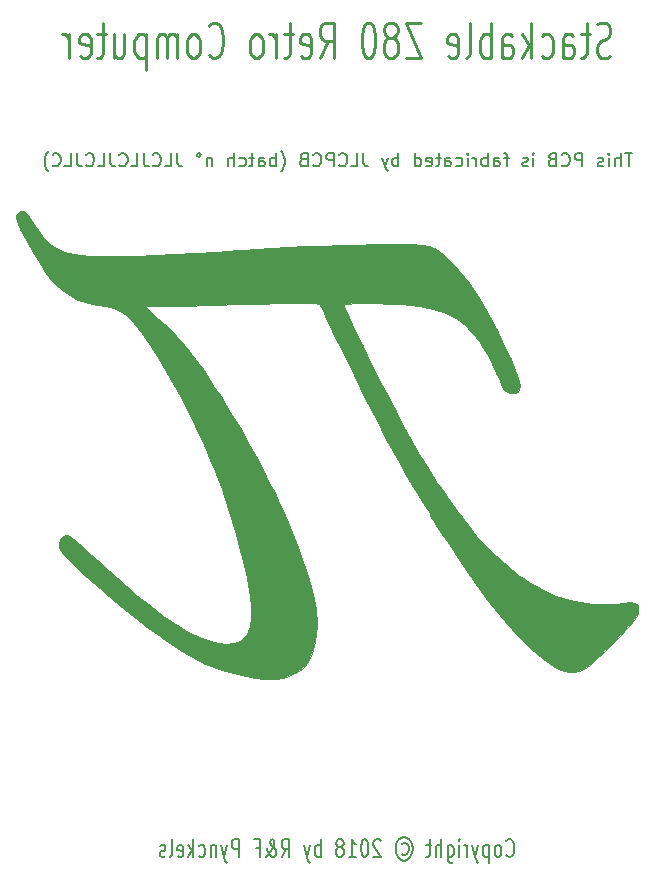
<source format=gbo>
%TF.GenerationSoftware,KiCad,Pcbnew,(5.0.0)*%
%TF.CreationDate,2018-10-23T17:22:46+02:00*%
%TF.ProjectId,S80 Clock Power Reset,53383020436C6F636B20506F77657220,1.0*%
%TF.SameCoordinates,Original*%
%TF.FileFunction,Legend,Bot*%
%TF.FilePolarity,Positive*%
%FSLAX46Y46*%
G04 Gerber Fmt 4.6, Leading zero omitted, Abs format (unit mm)*
G04 Created by KiCad (PCBNEW (5.0.0)) date 10/23/18 17:22:46*
%MOMM*%
%LPD*%
G01*
G04 APERTURE LIST*
%ADD10C,0.150000*%
%ADD11C,0.250000*%
%ADD12C,0.010000*%
G04 APERTURE END LIST*
D10*
X164155710Y-138782834D02*
X164208091Y-138854262D01*
X164365234Y-138925691D01*
X164469996Y-138925691D01*
X164627139Y-138854262D01*
X164731900Y-138711405D01*
X164784281Y-138568548D01*
X164836662Y-138282834D01*
X164836662Y-138068548D01*
X164784281Y-137782834D01*
X164731900Y-137639977D01*
X164627139Y-137497120D01*
X164469996Y-137425691D01*
X164365234Y-137425691D01*
X164208091Y-137497120D01*
X164155710Y-137568548D01*
X163527139Y-138925691D02*
X163631900Y-138854262D01*
X163684281Y-138782834D01*
X163736662Y-138639977D01*
X163736662Y-138211405D01*
X163684281Y-138068548D01*
X163631900Y-137997120D01*
X163527139Y-137925691D01*
X163369996Y-137925691D01*
X163265234Y-137997120D01*
X163212853Y-138068548D01*
X163160472Y-138211405D01*
X163160472Y-138639977D01*
X163212853Y-138782834D01*
X163265234Y-138854262D01*
X163369996Y-138925691D01*
X163527139Y-138925691D01*
X162689043Y-137925691D02*
X162689043Y-139425691D01*
X162689043Y-137997120D02*
X162584281Y-137925691D01*
X162374758Y-137925691D01*
X162269996Y-137997120D01*
X162217615Y-138068548D01*
X162165234Y-138211405D01*
X162165234Y-138639977D01*
X162217615Y-138782834D01*
X162269996Y-138854262D01*
X162374758Y-138925691D01*
X162584281Y-138925691D01*
X162689043Y-138854262D01*
X161798567Y-137925691D02*
X161536662Y-138925691D01*
X161274758Y-137925691D02*
X161536662Y-138925691D01*
X161641424Y-139282834D01*
X161693805Y-139354262D01*
X161798567Y-139425691D01*
X160855710Y-138925691D02*
X160855710Y-137925691D01*
X160855710Y-138211405D02*
X160803329Y-138068548D01*
X160750948Y-137997120D01*
X160646186Y-137925691D01*
X160541424Y-137925691D01*
X160174758Y-138925691D02*
X160174758Y-137925691D01*
X160174758Y-137425691D02*
X160227139Y-137497120D01*
X160174758Y-137568548D01*
X160122377Y-137497120D01*
X160174758Y-137425691D01*
X160174758Y-137568548D01*
X159179520Y-137925691D02*
X159179520Y-139139977D01*
X159231900Y-139282834D01*
X159284281Y-139354262D01*
X159389043Y-139425691D01*
X159546186Y-139425691D01*
X159650948Y-139354262D01*
X159179520Y-138854262D02*
X159284281Y-138925691D01*
X159493805Y-138925691D01*
X159598567Y-138854262D01*
X159650948Y-138782834D01*
X159703329Y-138639977D01*
X159703329Y-138211405D01*
X159650948Y-138068548D01*
X159598567Y-137997120D01*
X159493805Y-137925691D01*
X159284281Y-137925691D01*
X159179520Y-137997120D01*
X158655710Y-138925691D02*
X158655710Y-137425691D01*
X158184281Y-138925691D02*
X158184281Y-138139977D01*
X158236662Y-137997120D01*
X158341424Y-137925691D01*
X158498567Y-137925691D01*
X158603329Y-137997120D01*
X158655710Y-138068548D01*
X157817615Y-137925691D02*
X157398567Y-137925691D01*
X157660472Y-137425691D02*
X157660472Y-138711405D01*
X157608091Y-138854262D01*
X157503329Y-138925691D01*
X157398567Y-138925691D01*
X155303329Y-137782834D02*
X155408091Y-137711405D01*
X155617615Y-137711405D01*
X155722377Y-137782834D01*
X155827139Y-137925691D01*
X155879520Y-138068548D01*
X155879520Y-138354262D01*
X155827139Y-138497120D01*
X155722377Y-138639977D01*
X155617615Y-138711405D01*
X155408091Y-138711405D01*
X155303329Y-138639977D01*
X155512853Y-137211405D02*
X155774758Y-137282834D01*
X156036662Y-137497120D01*
X156193805Y-137854262D01*
X156246186Y-138211405D01*
X156193805Y-138568548D01*
X156036662Y-138925691D01*
X155774758Y-139139977D01*
X155512853Y-139211405D01*
X155250948Y-139139977D01*
X154989043Y-138925691D01*
X154831900Y-138568548D01*
X154779520Y-138211405D01*
X154831900Y-137854262D01*
X154989043Y-137497120D01*
X155250948Y-137282834D01*
X155512853Y-137211405D01*
X153522377Y-137568548D02*
X153469996Y-137497120D01*
X153365234Y-137425691D01*
X153103329Y-137425691D01*
X152998567Y-137497120D01*
X152946186Y-137568548D01*
X152893805Y-137711405D01*
X152893805Y-137854262D01*
X152946186Y-138068548D01*
X153574758Y-138925691D01*
X152893805Y-138925691D01*
X152212853Y-137425691D02*
X152108091Y-137425691D01*
X152003329Y-137497120D01*
X151950948Y-137568548D01*
X151898567Y-137711405D01*
X151846186Y-137997120D01*
X151846186Y-138354262D01*
X151898567Y-138639977D01*
X151950948Y-138782834D01*
X152003329Y-138854262D01*
X152108091Y-138925691D01*
X152212853Y-138925691D01*
X152317615Y-138854262D01*
X152369996Y-138782834D01*
X152422377Y-138639977D01*
X152474758Y-138354262D01*
X152474758Y-137997120D01*
X152422377Y-137711405D01*
X152369996Y-137568548D01*
X152317615Y-137497120D01*
X152212853Y-137425691D01*
X150798567Y-138925691D02*
X151427139Y-138925691D01*
X151112853Y-138925691D02*
X151112853Y-137425691D01*
X151217615Y-137639977D01*
X151322377Y-137782834D01*
X151427139Y-137854262D01*
X150169996Y-138068548D02*
X150274758Y-137997120D01*
X150327139Y-137925691D01*
X150379520Y-137782834D01*
X150379520Y-137711405D01*
X150327139Y-137568548D01*
X150274758Y-137497120D01*
X150169996Y-137425691D01*
X149960472Y-137425691D01*
X149855710Y-137497120D01*
X149803329Y-137568548D01*
X149750948Y-137711405D01*
X149750948Y-137782834D01*
X149803329Y-137925691D01*
X149855710Y-137997120D01*
X149960472Y-138068548D01*
X150169996Y-138068548D01*
X150274758Y-138139977D01*
X150327139Y-138211405D01*
X150379520Y-138354262D01*
X150379520Y-138639977D01*
X150327139Y-138782834D01*
X150274758Y-138854262D01*
X150169996Y-138925691D01*
X149960472Y-138925691D01*
X149855710Y-138854262D01*
X149803329Y-138782834D01*
X149750948Y-138639977D01*
X149750948Y-138354262D01*
X149803329Y-138211405D01*
X149855710Y-138139977D01*
X149960472Y-138068548D01*
X148441424Y-138925691D02*
X148441424Y-137425691D01*
X148441424Y-137997120D02*
X148336662Y-137925691D01*
X148127139Y-137925691D01*
X148022377Y-137997120D01*
X147969996Y-138068548D01*
X147917615Y-138211405D01*
X147917615Y-138639977D01*
X147969996Y-138782834D01*
X148022377Y-138854262D01*
X148127139Y-138925691D01*
X148336662Y-138925691D01*
X148441424Y-138854262D01*
X147550948Y-137925691D02*
X147289043Y-138925691D01*
X147027139Y-137925691D02*
X147289043Y-138925691D01*
X147393805Y-139282834D01*
X147446186Y-139354262D01*
X147550948Y-139425691D01*
X145141424Y-138925691D02*
X145508091Y-138211405D01*
X145769996Y-138925691D02*
X145769996Y-137425691D01*
X145350948Y-137425691D01*
X145246186Y-137497120D01*
X145193805Y-137568548D01*
X145141424Y-137711405D01*
X145141424Y-137925691D01*
X145193805Y-138068548D01*
X145246186Y-138139977D01*
X145350948Y-138211405D01*
X145769996Y-138211405D01*
X143779520Y-138925691D02*
X143831900Y-138925691D01*
X143936662Y-138854262D01*
X144093805Y-138639977D01*
X144355710Y-138211405D01*
X144460472Y-137997120D01*
X144512853Y-137782834D01*
X144512853Y-137639977D01*
X144460472Y-137497120D01*
X144355710Y-137425691D01*
X144303329Y-137425691D01*
X144198567Y-137497120D01*
X144146186Y-137639977D01*
X144146186Y-137711405D01*
X144198567Y-137854262D01*
X144250948Y-137925691D01*
X144565234Y-138211405D01*
X144617615Y-138282834D01*
X144669996Y-138425691D01*
X144669996Y-138639977D01*
X144617615Y-138782834D01*
X144565234Y-138854262D01*
X144460472Y-138925691D01*
X144303329Y-138925691D01*
X144198567Y-138854262D01*
X144146186Y-138782834D01*
X143989043Y-138497120D01*
X143936662Y-138282834D01*
X143936662Y-138139977D01*
X142941424Y-138139977D02*
X143308091Y-138139977D01*
X143308091Y-138925691D02*
X143308091Y-137425691D01*
X142784281Y-137425691D01*
X141527139Y-138925691D02*
X141527139Y-137425691D01*
X141108091Y-137425691D01*
X141003329Y-137497120D01*
X140950948Y-137568548D01*
X140898567Y-137711405D01*
X140898567Y-137925691D01*
X140950948Y-138068548D01*
X141003329Y-138139977D01*
X141108091Y-138211405D01*
X141527139Y-138211405D01*
X140531900Y-137925691D02*
X140269996Y-138925691D01*
X140008091Y-137925691D02*
X140269996Y-138925691D01*
X140374758Y-139282834D01*
X140427139Y-139354262D01*
X140531900Y-139425691D01*
X139589043Y-137925691D02*
X139589043Y-138925691D01*
X139589043Y-138068548D02*
X139536662Y-137997120D01*
X139431900Y-137925691D01*
X139274758Y-137925691D01*
X139169996Y-137997120D01*
X139117615Y-138139977D01*
X139117615Y-138925691D01*
X138122377Y-138854262D02*
X138227139Y-138925691D01*
X138436662Y-138925691D01*
X138541424Y-138854262D01*
X138593805Y-138782834D01*
X138646186Y-138639977D01*
X138646186Y-138211405D01*
X138593805Y-138068548D01*
X138541424Y-137997120D01*
X138436662Y-137925691D01*
X138227139Y-137925691D01*
X138122377Y-137997120D01*
X137650948Y-138925691D02*
X137650948Y-137425691D01*
X137546186Y-138354262D02*
X137231900Y-138925691D01*
X137231900Y-137925691D02*
X137650948Y-138497120D01*
X136341424Y-138854262D02*
X136446186Y-138925691D01*
X136655710Y-138925691D01*
X136760472Y-138854262D01*
X136812853Y-138711405D01*
X136812853Y-138139977D01*
X136760472Y-137997120D01*
X136655710Y-137925691D01*
X136446186Y-137925691D01*
X136341424Y-137997120D01*
X136289043Y-138139977D01*
X136289043Y-138282834D01*
X136812853Y-138425691D01*
X135660472Y-138925691D02*
X135765234Y-138854262D01*
X135817615Y-138711405D01*
X135817615Y-137425691D01*
X135293805Y-138854262D02*
X135189043Y-138925691D01*
X134979520Y-138925691D01*
X134874758Y-138854262D01*
X134822377Y-138711405D01*
X134822377Y-138639977D01*
X134874758Y-138497120D01*
X134979520Y-138425691D01*
X135136662Y-138425691D01*
X135241424Y-138354262D01*
X135293805Y-138211405D01*
X135293805Y-138139977D01*
X135241424Y-137997120D01*
X135136662Y-137925691D01*
X134979520Y-137925691D01*
X134874758Y-137997120D01*
D11*
X172955238Y-71124485D02*
X172669523Y-71267342D01*
X172193333Y-71267342D01*
X172002857Y-71124485D01*
X171907619Y-70981628D01*
X171812380Y-70695914D01*
X171812380Y-70410200D01*
X171907619Y-70124485D01*
X172002857Y-69981628D01*
X172193333Y-69838771D01*
X172574285Y-69695914D01*
X172764761Y-69553057D01*
X172860000Y-69410200D01*
X172955238Y-69124485D01*
X172955238Y-68838771D01*
X172860000Y-68553057D01*
X172764761Y-68410200D01*
X172574285Y-68267342D01*
X172098095Y-68267342D01*
X171812380Y-68410200D01*
X171240952Y-69267342D02*
X170479047Y-69267342D01*
X170955238Y-68267342D02*
X170955238Y-70838771D01*
X170860000Y-71124485D01*
X170669523Y-71267342D01*
X170479047Y-71267342D01*
X168955238Y-71267342D02*
X168955238Y-69695914D01*
X169050476Y-69410200D01*
X169240952Y-69267342D01*
X169621904Y-69267342D01*
X169812380Y-69410200D01*
X168955238Y-71124485D02*
X169145714Y-71267342D01*
X169621904Y-71267342D01*
X169812380Y-71124485D01*
X169907619Y-70838771D01*
X169907619Y-70553057D01*
X169812380Y-70267342D01*
X169621904Y-70124485D01*
X169145714Y-70124485D01*
X168955238Y-69981628D01*
X167145714Y-71124485D02*
X167336190Y-71267342D01*
X167717142Y-71267342D01*
X167907619Y-71124485D01*
X168002857Y-70981628D01*
X168098095Y-70695914D01*
X168098095Y-69838771D01*
X168002857Y-69553057D01*
X167907619Y-69410200D01*
X167717142Y-69267342D01*
X167336190Y-69267342D01*
X167145714Y-69410200D01*
X166288571Y-71267342D02*
X166288571Y-68267342D01*
X166098095Y-70124485D02*
X165526666Y-71267342D01*
X165526666Y-69267342D02*
X166288571Y-70410200D01*
X163812380Y-71267342D02*
X163812380Y-69695914D01*
X163907619Y-69410200D01*
X164098095Y-69267342D01*
X164479047Y-69267342D01*
X164669523Y-69410200D01*
X163812380Y-71124485D02*
X164002857Y-71267342D01*
X164479047Y-71267342D01*
X164669523Y-71124485D01*
X164764761Y-70838771D01*
X164764761Y-70553057D01*
X164669523Y-70267342D01*
X164479047Y-70124485D01*
X164002857Y-70124485D01*
X163812380Y-69981628D01*
X162860000Y-71267342D02*
X162860000Y-68267342D01*
X162860000Y-69410200D02*
X162669523Y-69267342D01*
X162288571Y-69267342D01*
X162098095Y-69410200D01*
X162002857Y-69553057D01*
X161907619Y-69838771D01*
X161907619Y-70695914D01*
X162002857Y-70981628D01*
X162098095Y-71124485D01*
X162288571Y-71267342D01*
X162669523Y-71267342D01*
X162860000Y-71124485D01*
X160764761Y-71267342D02*
X160955238Y-71124485D01*
X161050476Y-70838771D01*
X161050476Y-68267342D01*
X159240952Y-71124485D02*
X159431428Y-71267342D01*
X159812380Y-71267342D01*
X160002857Y-71124485D01*
X160098095Y-70838771D01*
X160098095Y-69695914D01*
X160002857Y-69410200D01*
X159812380Y-69267342D01*
X159431428Y-69267342D01*
X159240952Y-69410200D01*
X159145714Y-69695914D01*
X159145714Y-69981628D01*
X160098095Y-70267342D01*
X156955238Y-68267342D02*
X155621904Y-68267342D01*
X156955238Y-71267342D01*
X155621904Y-71267342D01*
X154574285Y-69553057D02*
X154764761Y-69410200D01*
X154860000Y-69267342D01*
X154955238Y-68981628D01*
X154955238Y-68838771D01*
X154860000Y-68553057D01*
X154764761Y-68410200D01*
X154574285Y-68267342D01*
X154193333Y-68267342D01*
X154002857Y-68410200D01*
X153907619Y-68553057D01*
X153812380Y-68838771D01*
X153812380Y-68981628D01*
X153907619Y-69267342D01*
X154002857Y-69410200D01*
X154193333Y-69553057D01*
X154574285Y-69553057D01*
X154764761Y-69695914D01*
X154860000Y-69838771D01*
X154955238Y-70124485D01*
X154955238Y-70695914D01*
X154860000Y-70981628D01*
X154764761Y-71124485D01*
X154574285Y-71267342D01*
X154193333Y-71267342D01*
X154002857Y-71124485D01*
X153907619Y-70981628D01*
X153812380Y-70695914D01*
X153812380Y-70124485D01*
X153907619Y-69838771D01*
X154002857Y-69695914D01*
X154193333Y-69553057D01*
X152574285Y-68267342D02*
X152383809Y-68267342D01*
X152193333Y-68410200D01*
X152098095Y-68553057D01*
X152002857Y-68838771D01*
X151907619Y-69410200D01*
X151907619Y-70124485D01*
X152002857Y-70695914D01*
X152098095Y-70981628D01*
X152193333Y-71124485D01*
X152383809Y-71267342D01*
X152574285Y-71267342D01*
X152764761Y-71124485D01*
X152860000Y-70981628D01*
X152955238Y-70695914D01*
X153050476Y-70124485D01*
X153050476Y-69410200D01*
X152955238Y-68838771D01*
X152860000Y-68553057D01*
X152764761Y-68410200D01*
X152574285Y-68267342D01*
X148383809Y-71267342D02*
X149050476Y-69838771D01*
X149526666Y-71267342D02*
X149526666Y-68267342D01*
X148764761Y-68267342D01*
X148574285Y-68410200D01*
X148479047Y-68553057D01*
X148383809Y-68838771D01*
X148383809Y-69267342D01*
X148479047Y-69553057D01*
X148574285Y-69695914D01*
X148764761Y-69838771D01*
X149526666Y-69838771D01*
X146764761Y-71124485D02*
X146955238Y-71267342D01*
X147336190Y-71267342D01*
X147526666Y-71124485D01*
X147621904Y-70838771D01*
X147621904Y-69695914D01*
X147526666Y-69410200D01*
X147336190Y-69267342D01*
X146955238Y-69267342D01*
X146764761Y-69410200D01*
X146669523Y-69695914D01*
X146669523Y-69981628D01*
X147621904Y-70267342D01*
X146098095Y-69267342D02*
X145336190Y-69267342D01*
X145812380Y-68267342D02*
X145812380Y-70838771D01*
X145717142Y-71124485D01*
X145526666Y-71267342D01*
X145336190Y-71267342D01*
X144669523Y-71267342D02*
X144669523Y-69267342D01*
X144669523Y-69838771D02*
X144574285Y-69553057D01*
X144479047Y-69410200D01*
X144288571Y-69267342D01*
X144098095Y-69267342D01*
X143145714Y-71267342D02*
X143336190Y-71124485D01*
X143431428Y-70981628D01*
X143526666Y-70695914D01*
X143526666Y-69838771D01*
X143431428Y-69553057D01*
X143336190Y-69410200D01*
X143145714Y-69267342D01*
X142860000Y-69267342D01*
X142669523Y-69410200D01*
X142574285Y-69553057D01*
X142479047Y-69838771D01*
X142479047Y-70695914D01*
X142574285Y-70981628D01*
X142669523Y-71124485D01*
X142860000Y-71267342D01*
X143145714Y-71267342D01*
X138955238Y-70981628D02*
X139050476Y-71124485D01*
X139336190Y-71267342D01*
X139526666Y-71267342D01*
X139812380Y-71124485D01*
X140002857Y-70838771D01*
X140098095Y-70553057D01*
X140193333Y-69981628D01*
X140193333Y-69553057D01*
X140098095Y-68981628D01*
X140002857Y-68695914D01*
X139812380Y-68410200D01*
X139526666Y-68267342D01*
X139336190Y-68267342D01*
X139050476Y-68410200D01*
X138955238Y-68553057D01*
X137812380Y-71267342D02*
X138002857Y-71124485D01*
X138098095Y-70981628D01*
X138193333Y-70695914D01*
X138193333Y-69838771D01*
X138098095Y-69553057D01*
X138002857Y-69410200D01*
X137812380Y-69267342D01*
X137526666Y-69267342D01*
X137336190Y-69410200D01*
X137240952Y-69553057D01*
X137145714Y-69838771D01*
X137145714Y-70695914D01*
X137240952Y-70981628D01*
X137336190Y-71124485D01*
X137526666Y-71267342D01*
X137812380Y-71267342D01*
X136288571Y-71267342D02*
X136288571Y-69267342D01*
X136288571Y-69553057D02*
X136193333Y-69410200D01*
X136002857Y-69267342D01*
X135717142Y-69267342D01*
X135526666Y-69410200D01*
X135431428Y-69695914D01*
X135431428Y-71267342D01*
X135431428Y-69695914D02*
X135336190Y-69410200D01*
X135145714Y-69267342D01*
X134860000Y-69267342D01*
X134669523Y-69410200D01*
X134574285Y-69695914D01*
X134574285Y-71267342D01*
X133621904Y-69267342D02*
X133621904Y-72267342D01*
X133621904Y-69410200D02*
X133431428Y-69267342D01*
X133050476Y-69267342D01*
X132860000Y-69410200D01*
X132764761Y-69553057D01*
X132669523Y-69838771D01*
X132669523Y-70695914D01*
X132764761Y-70981628D01*
X132860000Y-71124485D01*
X133050476Y-71267342D01*
X133431428Y-71267342D01*
X133621904Y-71124485D01*
X130955238Y-69267342D02*
X130955238Y-71267342D01*
X131812380Y-69267342D02*
X131812380Y-70838771D01*
X131717142Y-71124485D01*
X131526666Y-71267342D01*
X131240952Y-71267342D01*
X131050476Y-71124485D01*
X130955238Y-70981628D01*
X130288571Y-69267342D02*
X129526666Y-69267342D01*
X130002857Y-68267342D02*
X130002857Y-70838771D01*
X129907619Y-71124485D01*
X129717142Y-71267342D01*
X129526666Y-71267342D01*
X128098095Y-71124485D02*
X128288571Y-71267342D01*
X128669523Y-71267342D01*
X128860000Y-71124485D01*
X128955238Y-70838771D01*
X128955238Y-69695914D01*
X128860000Y-69410200D01*
X128669523Y-69267342D01*
X128288571Y-69267342D01*
X128098095Y-69410200D01*
X128002857Y-69695914D01*
X128002857Y-69981628D01*
X128955238Y-70267342D01*
X127145714Y-71267342D02*
X127145714Y-69267342D01*
X127145714Y-69838771D02*
X127050476Y-69553057D01*
X126955238Y-69410200D01*
X126764761Y-69267342D01*
X126574285Y-69267342D01*
D10*
X174827523Y-79334619D02*
X174198952Y-79334619D01*
X174513238Y-80434619D02*
X174513238Y-79334619D01*
X173832285Y-80434619D02*
X173832285Y-79334619D01*
X173360857Y-80434619D02*
X173360857Y-79858428D01*
X173413238Y-79753666D01*
X173518000Y-79701285D01*
X173675142Y-79701285D01*
X173779904Y-79753666D01*
X173832285Y-79806047D01*
X172837047Y-80434619D02*
X172837047Y-79701285D01*
X172837047Y-79334619D02*
X172889428Y-79387000D01*
X172837047Y-79439380D01*
X172784666Y-79387000D01*
X172837047Y-79334619D01*
X172837047Y-79439380D01*
X172365619Y-80382238D02*
X172260857Y-80434619D01*
X172051333Y-80434619D01*
X171946571Y-80382238D01*
X171894190Y-80277476D01*
X171894190Y-80225095D01*
X171946571Y-80120333D01*
X172051333Y-80067952D01*
X172208476Y-80067952D01*
X172313238Y-80015571D01*
X172365619Y-79910809D01*
X172365619Y-79858428D01*
X172313238Y-79753666D01*
X172208476Y-79701285D01*
X172051333Y-79701285D01*
X171946571Y-79753666D01*
X170584666Y-80434619D02*
X170584666Y-79334619D01*
X170165619Y-79334619D01*
X170060857Y-79387000D01*
X170008476Y-79439380D01*
X169956095Y-79544142D01*
X169956095Y-79701285D01*
X170008476Y-79806047D01*
X170060857Y-79858428D01*
X170165619Y-79910809D01*
X170584666Y-79910809D01*
X168856095Y-80329857D02*
X168908476Y-80382238D01*
X169065619Y-80434619D01*
X169170380Y-80434619D01*
X169327523Y-80382238D01*
X169432285Y-80277476D01*
X169484666Y-80172714D01*
X169537047Y-79963190D01*
X169537047Y-79806047D01*
X169484666Y-79596523D01*
X169432285Y-79491761D01*
X169327523Y-79387000D01*
X169170380Y-79334619D01*
X169065619Y-79334619D01*
X168908476Y-79387000D01*
X168856095Y-79439380D01*
X168018000Y-79858428D02*
X167860857Y-79910809D01*
X167808476Y-79963190D01*
X167756095Y-80067952D01*
X167756095Y-80225095D01*
X167808476Y-80329857D01*
X167860857Y-80382238D01*
X167965619Y-80434619D01*
X168384666Y-80434619D01*
X168384666Y-79334619D01*
X168018000Y-79334619D01*
X167913238Y-79387000D01*
X167860857Y-79439380D01*
X167808476Y-79544142D01*
X167808476Y-79648904D01*
X167860857Y-79753666D01*
X167913238Y-79806047D01*
X168018000Y-79858428D01*
X168384666Y-79858428D01*
X166446571Y-80434619D02*
X166446571Y-79701285D01*
X166446571Y-79334619D02*
X166498952Y-79387000D01*
X166446571Y-79439380D01*
X166394190Y-79387000D01*
X166446571Y-79334619D01*
X166446571Y-79439380D01*
X165975142Y-80382238D02*
X165870380Y-80434619D01*
X165660857Y-80434619D01*
X165556095Y-80382238D01*
X165503714Y-80277476D01*
X165503714Y-80225095D01*
X165556095Y-80120333D01*
X165660857Y-80067952D01*
X165818000Y-80067952D01*
X165922761Y-80015571D01*
X165975142Y-79910809D01*
X165975142Y-79858428D01*
X165922761Y-79753666D01*
X165818000Y-79701285D01*
X165660857Y-79701285D01*
X165556095Y-79753666D01*
X164351333Y-79701285D02*
X163932285Y-79701285D01*
X164194190Y-80434619D02*
X164194190Y-79491761D01*
X164141809Y-79387000D01*
X164037047Y-79334619D01*
X163932285Y-79334619D01*
X163094190Y-80434619D02*
X163094190Y-79858428D01*
X163146571Y-79753666D01*
X163251333Y-79701285D01*
X163460857Y-79701285D01*
X163565619Y-79753666D01*
X163094190Y-80382238D02*
X163198952Y-80434619D01*
X163460857Y-80434619D01*
X163565619Y-80382238D01*
X163618000Y-80277476D01*
X163618000Y-80172714D01*
X163565619Y-80067952D01*
X163460857Y-80015571D01*
X163198952Y-80015571D01*
X163094190Y-79963190D01*
X162570380Y-80434619D02*
X162570380Y-79334619D01*
X162570380Y-79753666D02*
X162465619Y-79701285D01*
X162256095Y-79701285D01*
X162151333Y-79753666D01*
X162098952Y-79806047D01*
X162046571Y-79910809D01*
X162046571Y-80225095D01*
X162098952Y-80329857D01*
X162151333Y-80382238D01*
X162256095Y-80434619D01*
X162465619Y-80434619D01*
X162570380Y-80382238D01*
X161575142Y-80434619D02*
X161575142Y-79701285D01*
X161575142Y-79910809D02*
X161522761Y-79806047D01*
X161470380Y-79753666D01*
X161365619Y-79701285D01*
X161260857Y-79701285D01*
X160894190Y-80434619D02*
X160894190Y-79701285D01*
X160894190Y-79334619D02*
X160946571Y-79387000D01*
X160894190Y-79439380D01*
X160841809Y-79387000D01*
X160894190Y-79334619D01*
X160894190Y-79439380D01*
X159898952Y-80382238D02*
X160003714Y-80434619D01*
X160213238Y-80434619D01*
X160318000Y-80382238D01*
X160370380Y-80329857D01*
X160422761Y-80225095D01*
X160422761Y-79910809D01*
X160370380Y-79806047D01*
X160318000Y-79753666D01*
X160213238Y-79701285D01*
X160003714Y-79701285D01*
X159898952Y-79753666D01*
X158956095Y-80434619D02*
X158956095Y-79858428D01*
X159008476Y-79753666D01*
X159113238Y-79701285D01*
X159322761Y-79701285D01*
X159427523Y-79753666D01*
X158956095Y-80382238D02*
X159060857Y-80434619D01*
X159322761Y-80434619D01*
X159427523Y-80382238D01*
X159479904Y-80277476D01*
X159479904Y-80172714D01*
X159427523Y-80067952D01*
X159322761Y-80015571D01*
X159060857Y-80015571D01*
X158956095Y-79963190D01*
X158589428Y-79701285D02*
X158170380Y-79701285D01*
X158432285Y-79334619D02*
X158432285Y-80277476D01*
X158379904Y-80382238D01*
X158275142Y-80434619D01*
X158170380Y-80434619D01*
X157384666Y-80382238D02*
X157489428Y-80434619D01*
X157698952Y-80434619D01*
X157803714Y-80382238D01*
X157856095Y-80277476D01*
X157856095Y-79858428D01*
X157803714Y-79753666D01*
X157698952Y-79701285D01*
X157489428Y-79701285D01*
X157384666Y-79753666D01*
X157332285Y-79858428D01*
X157332285Y-79963190D01*
X157856095Y-80067952D01*
X156389428Y-80434619D02*
X156389428Y-79334619D01*
X156389428Y-80382238D02*
X156494190Y-80434619D01*
X156703714Y-80434619D01*
X156808476Y-80382238D01*
X156860857Y-80329857D01*
X156913238Y-80225095D01*
X156913238Y-79910809D01*
X156860857Y-79806047D01*
X156808476Y-79753666D01*
X156703714Y-79701285D01*
X156494190Y-79701285D01*
X156389428Y-79753666D01*
X155027523Y-80434619D02*
X155027523Y-79334619D01*
X155027523Y-79753666D02*
X154922761Y-79701285D01*
X154713238Y-79701285D01*
X154608476Y-79753666D01*
X154556095Y-79806047D01*
X154503714Y-79910809D01*
X154503714Y-80225095D01*
X154556095Y-80329857D01*
X154608476Y-80382238D01*
X154713238Y-80434619D01*
X154922761Y-80434619D01*
X155027523Y-80382238D01*
X154137047Y-79701285D02*
X153875142Y-80434619D01*
X153613238Y-79701285D02*
X153875142Y-80434619D01*
X153979904Y-80696523D01*
X154032285Y-80748904D01*
X154137047Y-80801285D01*
X152041809Y-79334619D02*
X152041809Y-80120333D01*
X152094190Y-80277476D01*
X152198952Y-80382238D01*
X152356095Y-80434619D01*
X152460857Y-80434619D01*
X150994190Y-80434619D02*
X151518000Y-80434619D01*
X151518000Y-79334619D01*
X149998952Y-80329857D02*
X150051333Y-80382238D01*
X150208476Y-80434619D01*
X150313238Y-80434619D01*
X150470380Y-80382238D01*
X150575142Y-80277476D01*
X150627523Y-80172714D01*
X150679904Y-79963190D01*
X150679904Y-79806047D01*
X150627523Y-79596523D01*
X150575142Y-79491761D01*
X150470380Y-79387000D01*
X150313238Y-79334619D01*
X150208476Y-79334619D01*
X150051333Y-79387000D01*
X149998952Y-79439380D01*
X149527523Y-80434619D02*
X149527523Y-79334619D01*
X149108476Y-79334619D01*
X149003714Y-79387000D01*
X148951333Y-79439380D01*
X148898952Y-79544142D01*
X148898952Y-79701285D01*
X148951333Y-79806047D01*
X149003714Y-79858428D01*
X149108476Y-79910809D01*
X149527523Y-79910809D01*
X147798952Y-80329857D02*
X147851333Y-80382238D01*
X148008476Y-80434619D01*
X148113238Y-80434619D01*
X148270380Y-80382238D01*
X148375142Y-80277476D01*
X148427523Y-80172714D01*
X148479904Y-79963190D01*
X148479904Y-79806047D01*
X148427523Y-79596523D01*
X148375142Y-79491761D01*
X148270380Y-79387000D01*
X148113238Y-79334619D01*
X148008476Y-79334619D01*
X147851333Y-79387000D01*
X147798952Y-79439380D01*
X146960857Y-79858428D02*
X146803714Y-79910809D01*
X146751333Y-79963190D01*
X146698952Y-80067952D01*
X146698952Y-80225095D01*
X146751333Y-80329857D01*
X146803714Y-80382238D01*
X146908476Y-80434619D01*
X147327523Y-80434619D01*
X147327523Y-79334619D01*
X146960857Y-79334619D01*
X146856095Y-79387000D01*
X146803714Y-79439380D01*
X146751333Y-79544142D01*
X146751333Y-79648904D01*
X146803714Y-79753666D01*
X146856095Y-79806047D01*
X146960857Y-79858428D01*
X147327523Y-79858428D01*
X145075142Y-80853666D02*
X145127523Y-80801285D01*
X145232285Y-80644142D01*
X145284666Y-80539380D01*
X145337047Y-80382238D01*
X145389428Y-80120333D01*
X145389428Y-79910809D01*
X145337047Y-79648904D01*
X145284666Y-79491761D01*
X145232285Y-79387000D01*
X145127523Y-79229857D01*
X145075142Y-79177476D01*
X144656095Y-80434619D02*
X144656095Y-79334619D01*
X144656095Y-79753666D02*
X144551333Y-79701285D01*
X144341809Y-79701285D01*
X144237047Y-79753666D01*
X144184666Y-79806047D01*
X144132285Y-79910809D01*
X144132285Y-80225095D01*
X144184666Y-80329857D01*
X144237047Y-80382238D01*
X144341809Y-80434619D01*
X144551333Y-80434619D01*
X144656095Y-80382238D01*
X143189428Y-80434619D02*
X143189428Y-79858428D01*
X143241809Y-79753666D01*
X143346571Y-79701285D01*
X143556095Y-79701285D01*
X143660857Y-79753666D01*
X143189428Y-80382238D02*
X143294190Y-80434619D01*
X143556095Y-80434619D01*
X143660857Y-80382238D01*
X143713238Y-80277476D01*
X143713238Y-80172714D01*
X143660857Y-80067952D01*
X143556095Y-80015571D01*
X143294190Y-80015571D01*
X143189428Y-79963190D01*
X142822761Y-79701285D02*
X142403714Y-79701285D01*
X142665619Y-79334619D02*
X142665619Y-80277476D01*
X142613238Y-80382238D01*
X142508476Y-80434619D01*
X142403714Y-80434619D01*
X141565619Y-80382238D02*
X141670380Y-80434619D01*
X141879904Y-80434619D01*
X141984666Y-80382238D01*
X142037047Y-80329857D01*
X142089428Y-80225095D01*
X142089428Y-79910809D01*
X142037047Y-79806047D01*
X141984666Y-79753666D01*
X141879904Y-79701285D01*
X141670380Y-79701285D01*
X141565619Y-79753666D01*
X141094190Y-80434619D02*
X141094190Y-79334619D01*
X140622761Y-80434619D02*
X140622761Y-79858428D01*
X140675142Y-79753666D01*
X140779904Y-79701285D01*
X140937047Y-79701285D01*
X141041809Y-79753666D01*
X141094190Y-79806047D01*
X139260857Y-79701285D02*
X139260857Y-80434619D01*
X139260857Y-79806047D02*
X139208476Y-79753666D01*
X139103714Y-79701285D01*
X138946571Y-79701285D01*
X138841809Y-79753666D01*
X138789428Y-79858428D01*
X138789428Y-80434619D01*
X138108476Y-79334619D02*
X138213238Y-79387000D01*
X138265619Y-79491761D01*
X138213238Y-79596523D01*
X138108476Y-79648904D01*
X138003714Y-79596523D01*
X137951333Y-79491761D01*
X138003714Y-79387000D01*
X138108476Y-79334619D01*
X136275142Y-79334619D02*
X136275142Y-80120333D01*
X136327523Y-80277476D01*
X136432285Y-80382238D01*
X136589428Y-80434619D01*
X136694190Y-80434619D01*
X135227523Y-80434619D02*
X135751333Y-80434619D01*
X135751333Y-79334619D01*
X134232285Y-80329857D02*
X134284666Y-80382238D01*
X134441809Y-80434619D01*
X134546571Y-80434619D01*
X134703714Y-80382238D01*
X134808476Y-80277476D01*
X134860857Y-80172714D01*
X134913238Y-79963190D01*
X134913238Y-79806047D01*
X134860857Y-79596523D01*
X134808476Y-79491761D01*
X134703714Y-79387000D01*
X134546571Y-79334619D01*
X134441809Y-79334619D01*
X134284666Y-79387000D01*
X134232285Y-79439380D01*
X133446571Y-79334619D02*
X133446571Y-80120333D01*
X133498952Y-80277476D01*
X133603714Y-80382238D01*
X133760857Y-80434619D01*
X133865619Y-80434619D01*
X132398952Y-80434619D02*
X132922761Y-80434619D01*
X132922761Y-79334619D01*
X131403714Y-80329857D02*
X131456095Y-80382238D01*
X131613238Y-80434619D01*
X131717999Y-80434619D01*
X131875142Y-80382238D01*
X131979904Y-80277476D01*
X132032285Y-80172714D01*
X132084666Y-79963190D01*
X132084666Y-79806047D01*
X132032285Y-79596523D01*
X131979904Y-79491761D01*
X131875142Y-79387000D01*
X131717999Y-79334619D01*
X131613238Y-79334619D01*
X131456095Y-79387000D01*
X131403714Y-79439380D01*
X130617999Y-79334619D02*
X130617999Y-80120333D01*
X130670380Y-80277476D01*
X130775142Y-80382238D01*
X130932285Y-80434619D01*
X131037047Y-80434619D01*
X129570380Y-80434619D02*
X130094190Y-80434619D01*
X130094190Y-79334619D01*
X128575142Y-80329857D02*
X128627523Y-80382238D01*
X128784666Y-80434619D01*
X128889428Y-80434619D01*
X129046571Y-80382238D01*
X129151333Y-80277476D01*
X129203714Y-80172714D01*
X129256095Y-79963190D01*
X129256095Y-79806047D01*
X129203714Y-79596523D01*
X129151333Y-79491761D01*
X129046571Y-79387000D01*
X128889428Y-79334619D01*
X128784666Y-79334619D01*
X128627523Y-79387000D01*
X128575142Y-79439380D01*
X127789428Y-79334619D02*
X127789428Y-80120333D01*
X127841809Y-80277476D01*
X127946571Y-80382238D01*
X128103714Y-80434619D01*
X128208476Y-80434619D01*
X126741809Y-80434619D02*
X127265619Y-80434619D01*
X127265619Y-79334619D01*
X125746571Y-80329857D02*
X125798952Y-80382238D01*
X125956095Y-80434619D01*
X126060857Y-80434619D01*
X126217999Y-80382238D01*
X126322761Y-80277476D01*
X126375142Y-80172714D01*
X126427523Y-79963190D01*
X126427523Y-79806047D01*
X126375142Y-79596523D01*
X126322761Y-79491761D01*
X126217999Y-79387000D01*
X126060857Y-79334619D01*
X125956095Y-79334619D01*
X125798952Y-79387000D01*
X125746571Y-79439380D01*
X125379904Y-80853666D02*
X125327523Y-80801285D01*
X125222761Y-80644142D01*
X125170380Y-80539380D01*
X125117999Y-80382238D01*
X125065619Y-80120333D01*
X125065619Y-79910809D01*
X125117999Y-79648904D01*
X125170380Y-79491761D01*
X125222761Y-79387000D01*
X125327523Y-79229857D01*
X125379904Y-79177476D01*
D12*
G36*
X123105514Y-84217062D02*
X122842939Y-84400190D01*
X122659415Y-84609698D01*
X122612871Y-84806731D01*
X122696114Y-85107292D01*
X122784980Y-85334704D01*
X122980343Y-85747474D01*
X123304038Y-86349679D01*
X123718812Y-87077739D01*
X124187414Y-87868073D01*
X124672590Y-88657103D01*
X125137088Y-89381247D01*
X125292819Y-89614919D01*
X125948863Y-90402652D01*
X126769831Y-91117884D01*
X127538613Y-91602578D01*
X127906032Y-91741791D01*
X128477009Y-91904581D01*
X129156751Y-92065319D01*
X129531896Y-92141524D01*
X130222279Y-92287539D01*
X130846320Y-92445283D01*
X131313111Y-92590600D01*
X131470071Y-92656572D01*
X131974936Y-93026258D01*
X132573185Y-93647911D01*
X133247339Y-94492170D01*
X133979918Y-95529677D01*
X134753441Y-96731074D01*
X135550429Y-98067001D01*
X136353401Y-99508100D01*
X137144880Y-101025013D01*
X137907383Y-102588380D01*
X138623432Y-104168843D01*
X139275546Y-105737043D01*
X139309960Y-105824262D01*
X140049921Y-107790218D01*
X140703761Y-109699576D01*
X141266549Y-111528355D01*
X141733352Y-113252577D01*
X142099242Y-114848263D01*
X142359286Y-116291435D01*
X142508554Y-117558113D01*
X142542115Y-118624320D01*
X142455037Y-119466076D01*
X142242391Y-120059403D01*
X142238562Y-120065729D01*
X141787376Y-120531566D01*
X141148504Y-120788394D01*
X140347285Y-120841807D01*
X139409056Y-120697399D01*
X138359156Y-120360766D01*
X137222923Y-119837502D01*
X136025695Y-119133201D01*
X135104327Y-118490532D01*
X134040338Y-117668194D01*
X132839911Y-116689708D01*
X131575980Y-115617090D01*
X130321481Y-114512359D01*
X129149350Y-113437531D01*
X129033937Y-113328851D01*
X128392761Y-112739935D01*
X127821095Y-112246122D01*
X127359830Y-111880587D01*
X127049857Y-111676503D01*
X126958553Y-111645095D01*
X126627380Y-111778618D01*
X126376690Y-112109642D01*
X126268551Y-112533847D01*
X126291579Y-112766147D01*
X126451008Y-113030955D01*
X126821004Y-113454602D01*
X127372347Y-114011705D01*
X128075821Y-114676881D01*
X128902205Y-115424749D01*
X129822282Y-116229926D01*
X130806834Y-117067029D01*
X131826641Y-117910677D01*
X132852485Y-118735487D01*
X133855147Y-119516076D01*
X134805410Y-120227062D01*
X135242863Y-120542208D01*
X136981710Y-121671533D01*
X138668705Y-122542889D01*
X140361302Y-123180240D01*
X142116954Y-123607550D01*
X142885396Y-123729938D01*
X143684003Y-123828996D01*
X144272536Y-123870157D01*
X144738037Y-123851690D01*
X145167553Y-123771861D01*
X145495232Y-123677973D01*
X146286064Y-123366203D01*
X146880721Y-122960023D01*
X147331056Y-122402007D01*
X147688922Y-121634731D01*
X147886953Y-121029261D01*
X148079508Y-120099057D01*
X148129205Y-119074706D01*
X148031277Y-117927446D01*
X147780958Y-116628513D01*
X147373483Y-115149142D01*
X146804085Y-113460570D01*
X146494913Y-112627833D01*
X146188488Y-111853955D01*
X145811364Y-110949477D01*
X145400739Y-109999280D01*
X144993808Y-109088242D01*
X144627767Y-108301245D01*
X144374757Y-107789738D01*
X144096288Y-107239673D01*
X143816772Y-106667402D01*
X143775374Y-106580214D01*
X143579788Y-106190376D01*
X143281742Y-105625249D01*
X142927965Y-104972558D01*
X142688158Y-104539143D01*
X142298419Y-103840132D01*
X141907267Y-103137026D01*
X141572493Y-102533777D01*
X141427304Y-102271286D01*
X141116098Y-101735418D01*
X140798874Y-101232740D01*
X140617379Y-100971895D01*
X140391627Y-100647318D01*
X140272119Y-100429398D01*
X140266420Y-100403817D01*
X140185838Y-100243903D01*
X139969141Y-99895550D01*
X139653903Y-99417840D01*
X139434873Y-99096285D01*
X139078128Y-98565323D01*
X138797958Y-98123554D01*
X138632173Y-97831963D01*
X138603325Y-97755198D01*
X138499658Y-97558564D01*
X138367174Y-97425418D01*
X138162721Y-97200651D01*
X137865196Y-96810211D01*
X137578907Y-96397632D01*
X137116576Y-95794259D01*
X136435444Y-95039492D01*
X135561178Y-94159894D01*
X134519446Y-93182026D01*
X134143206Y-92842209D01*
X133538444Y-92300896D01*
X134445587Y-92299965D01*
X134791998Y-92295492D01*
X135403332Y-92283107D01*
X136242257Y-92263742D01*
X137271444Y-92238328D01*
X138453563Y-92207798D01*
X139751285Y-92173084D01*
X141127279Y-92135117D01*
X141730808Y-92118106D01*
X143422961Y-92072561D01*
X144831033Y-92040307D01*
X145973029Y-92021308D01*
X146866956Y-92015531D01*
X147530819Y-92022939D01*
X147982624Y-92043499D01*
X148240378Y-92077175D01*
X148311561Y-92105380D01*
X148491216Y-92350967D01*
X148680994Y-92747440D01*
X148719766Y-92850113D01*
X148840077Y-93133771D01*
X149077293Y-93647741D01*
X149411940Y-94352455D01*
X149824548Y-95208346D01*
X150295643Y-96175844D01*
X150805754Y-97215383D01*
X151335408Y-98287393D01*
X151865133Y-99352306D01*
X152375456Y-100370554D01*
X152846907Y-101302569D01*
X153260012Y-102108782D01*
X153542096Y-102649262D01*
X154082020Y-103659212D01*
X154650663Y-104701919D01*
X155224293Y-105735776D01*
X155779178Y-106719176D01*
X156291587Y-107610511D01*
X156737786Y-108368175D01*
X157094044Y-108950559D01*
X157336630Y-109316056D01*
X157369607Y-109359709D01*
X157571868Y-109654813D01*
X157653325Y-109846778D01*
X157731420Y-110035437D01*
X157931070Y-110379085D01*
X158086935Y-110620139D01*
X158312135Y-110957528D01*
X158667690Y-111491851D01*
X159116951Y-112167961D01*
X159623273Y-112930712D01*
X160066122Y-113598417D01*
X161359246Y-115482388D01*
X162630302Y-117204147D01*
X163863197Y-118745640D01*
X165041840Y-120088813D01*
X166150139Y-121215612D01*
X167172002Y-122107984D01*
X168091336Y-122747874D01*
X168347446Y-122889302D01*
X168825088Y-123074736D01*
X169383803Y-123213347D01*
X169494894Y-123230924D01*
X169891925Y-123247996D01*
X170281164Y-123168618D01*
X170705035Y-122967581D01*
X171205964Y-122619673D01*
X171826377Y-122099683D01*
X172608698Y-121382400D01*
X172614028Y-121377392D01*
X173619857Y-120395586D01*
X174401890Y-119552201D01*
X174953262Y-118855718D01*
X175267111Y-118314617D01*
X175342611Y-118005758D01*
X175279633Y-117591727D01*
X175063499Y-117371368D01*
X174653404Y-117324758D01*
X174117747Y-117407747D01*
X173378043Y-117499181D01*
X172447719Y-117515656D01*
X171427422Y-117463443D01*
X170417800Y-117348810D01*
X169519498Y-117178028D01*
X169242982Y-117104079D01*
X168382327Y-116821892D01*
X167603733Y-116495036D01*
X166808725Y-116075911D01*
X165898827Y-115516915D01*
X165721737Y-115402008D01*
X165170485Y-115003734D01*
X164500520Y-114461230D01*
X163767878Y-113826216D01*
X163028592Y-113150413D01*
X162338698Y-112485539D01*
X161754231Y-111883316D01*
X161331227Y-111395463D01*
X161224928Y-111251484D01*
X160986837Y-110916476D01*
X160628839Y-110427881D01*
X160214658Y-109872352D01*
X160057503Y-109663984D01*
X159658498Y-109125691D01*
X159214358Y-108508591D01*
X158759487Y-107862756D01*
X158328289Y-107238258D01*
X157955169Y-106685167D01*
X157674532Y-106253555D01*
X157520781Y-105993492D01*
X157502134Y-105944975D01*
X157422821Y-105785381D01*
X157226898Y-105485337D01*
X157175199Y-105411802D01*
X156862296Y-104928822D01*
X156438636Y-104209837D01*
X155923480Y-103291842D01*
X155336087Y-102211834D01*
X154695717Y-101006810D01*
X154021628Y-99713765D01*
X153333081Y-98369696D01*
X152649336Y-97011599D01*
X151989651Y-95676471D01*
X151373287Y-94401307D01*
X150819502Y-93223105D01*
X150739186Y-93048666D01*
X150288148Y-92065928D01*
X151665082Y-92019169D01*
X152349272Y-92013255D01*
X153227244Y-92030747D01*
X154191583Y-92068314D01*
X155134873Y-92122625D01*
X155241204Y-92130084D01*
X156731703Y-92279396D01*
X157973858Y-92508960D01*
X159016276Y-92842003D01*
X159907568Y-93301752D01*
X160696344Y-93911433D01*
X161431213Y-94694273D01*
X161909901Y-95316524D01*
X162209784Y-95787189D01*
X162575941Y-96441916D01*
X162959911Y-97184997D01*
X163313236Y-97920724D01*
X163587456Y-98553390D01*
X163690333Y-98832863D01*
X163972911Y-99364517D01*
X164374602Y-99635794D01*
X164838878Y-99637957D01*
X165108458Y-99511866D01*
X165255977Y-99280906D01*
X165276065Y-98918456D01*
X165163349Y-98397899D01*
X164912457Y-97692614D01*
X164518019Y-96775985D01*
X164067049Y-95813254D01*
X163787813Y-95223592D01*
X163565809Y-94740093D01*
X163428883Y-94424280D01*
X163398563Y-94336143D01*
X163324940Y-94168161D01*
X163139564Y-93843930D01*
X163043512Y-93688222D01*
X162745120Y-93193190D01*
X162422433Y-92627824D01*
X162321737Y-92443905D01*
X161730118Y-91442827D01*
X161044103Y-90440644D01*
X160306595Y-89488451D01*
X159560494Y-88637348D01*
X158848703Y-87938432D01*
X158214125Y-87442802D01*
X158031301Y-87333820D01*
X157636314Y-87197553D01*
X157013820Y-87100817D01*
X156131004Y-87038963D01*
X155878068Y-87028840D01*
X155142161Y-87016357D01*
X154153110Y-87019895D01*
X152959634Y-87037761D01*
X151610449Y-87068259D01*
X150154276Y-87109695D01*
X148639831Y-87160374D01*
X147115832Y-87218602D01*
X145630997Y-87282684D01*
X144234045Y-87350924D01*
X142973693Y-87421629D01*
X141898660Y-87493105D01*
X141400349Y-87532444D01*
X139614838Y-87673131D01*
X137828372Y-87792780D01*
X136074533Y-87890524D01*
X134386906Y-87965499D01*
X132799073Y-88016839D01*
X131344617Y-88043680D01*
X130057124Y-88045157D01*
X128970175Y-88020404D01*
X128117354Y-87968557D01*
X127536064Y-87889562D01*
X126729303Y-87677062D01*
X126070674Y-87390162D01*
X125498250Y-86981545D01*
X124950100Y-86403897D01*
X124364298Y-85609899D01*
X124167683Y-85315946D01*
X123833643Y-84827500D01*
X123544403Y-84438757D01*
X123352741Y-84219847D01*
X123328950Y-84201467D01*
X123105514Y-84217062D01*
X123105514Y-84217062D01*
G37*
X123105514Y-84217062D02*
X122842939Y-84400190D01*
X122659415Y-84609698D01*
X122612871Y-84806731D01*
X122696114Y-85107292D01*
X122784980Y-85334704D01*
X122980343Y-85747474D01*
X123304038Y-86349679D01*
X123718812Y-87077739D01*
X124187414Y-87868073D01*
X124672590Y-88657103D01*
X125137088Y-89381247D01*
X125292819Y-89614919D01*
X125948863Y-90402652D01*
X126769831Y-91117884D01*
X127538613Y-91602578D01*
X127906032Y-91741791D01*
X128477009Y-91904581D01*
X129156751Y-92065319D01*
X129531896Y-92141524D01*
X130222279Y-92287539D01*
X130846320Y-92445283D01*
X131313111Y-92590600D01*
X131470071Y-92656572D01*
X131974936Y-93026258D01*
X132573185Y-93647911D01*
X133247339Y-94492170D01*
X133979918Y-95529677D01*
X134753441Y-96731074D01*
X135550429Y-98067001D01*
X136353401Y-99508100D01*
X137144880Y-101025013D01*
X137907383Y-102588380D01*
X138623432Y-104168843D01*
X139275546Y-105737043D01*
X139309960Y-105824262D01*
X140049921Y-107790218D01*
X140703761Y-109699576D01*
X141266549Y-111528355D01*
X141733352Y-113252577D01*
X142099242Y-114848263D01*
X142359286Y-116291435D01*
X142508554Y-117558113D01*
X142542115Y-118624320D01*
X142455037Y-119466076D01*
X142242391Y-120059403D01*
X142238562Y-120065729D01*
X141787376Y-120531566D01*
X141148504Y-120788394D01*
X140347285Y-120841807D01*
X139409056Y-120697399D01*
X138359156Y-120360766D01*
X137222923Y-119837502D01*
X136025695Y-119133201D01*
X135104327Y-118490532D01*
X134040338Y-117668194D01*
X132839911Y-116689708D01*
X131575980Y-115617090D01*
X130321481Y-114512359D01*
X129149350Y-113437531D01*
X129033937Y-113328851D01*
X128392761Y-112739935D01*
X127821095Y-112246122D01*
X127359830Y-111880587D01*
X127049857Y-111676503D01*
X126958553Y-111645095D01*
X126627380Y-111778618D01*
X126376690Y-112109642D01*
X126268551Y-112533847D01*
X126291579Y-112766147D01*
X126451008Y-113030955D01*
X126821004Y-113454602D01*
X127372347Y-114011705D01*
X128075821Y-114676881D01*
X128902205Y-115424749D01*
X129822282Y-116229926D01*
X130806834Y-117067029D01*
X131826641Y-117910677D01*
X132852485Y-118735487D01*
X133855147Y-119516076D01*
X134805410Y-120227062D01*
X135242863Y-120542208D01*
X136981710Y-121671533D01*
X138668705Y-122542889D01*
X140361302Y-123180240D01*
X142116954Y-123607550D01*
X142885396Y-123729938D01*
X143684003Y-123828996D01*
X144272536Y-123870157D01*
X144738037Y-123851690D01*
X145167553Y-123771861D01*
X145495232Y-123677973D01*
X146286064Y-123366203D01*
X146880721Y-122960023D01*
X147331056Y-122402007D01*
X147688922Y-121634731D01*
X147886953Y-121029261D01*
X148079508Y-120099057D01*
X148129205Y-119074706D01*
X148031277Y-117927446D01*
X147780958Y-116628513D01*
X147373483Y-115149142D01*
X146804085Y-113460570D01*
X146494913Y-112627833D01*
X146188488Y-111853955D01*
X145811364Y-110949477D01*
X145400739Y-109999280D01*
X144993808Y-109088242D01*
X144627767Y-108301245D01*
X144374757Y-107789738D01*
X144096288Y-107239673D01*
X143816772Y-106667402D01*
X143775374Y-106580214D01*
X143579788Y-106190376D01*
X143281742Y-105625249D01*
X142927965Y-104972558D01*
X142688158Y-104539143D01*
X142298419Y-103840132D01*
X141907267Y-103137026D01*
X141572493Y-102533777D01*
X141427304Y-102271286D01*
X141116098Y-101735418D01*
X140798874Y-101232740D01*
X140617379Y-100971895D01*
X140391627Y-100647318D01*
X140272119Y-100429398D01*
X140266420Y-100403817D01*
X140185838Y-100243903D01*
X139969141Y-99895550D01*
X139653903Y-99417840D01*
X139434873Y-99096285D01*
X139078128Y-98565323D01*
X138797958Y-98123554D01*
X138632173Y-97831963D01*
X138603325Y-97755198D01*
X138499658Y-97558564D01*
X138367174Y-97425418D01*
X138162721Y-97200651D01*
X137865196Y-96810211D01*
X137578907Y-96397632D01*
X137116576Y-95794259D01*
X136435444Y-95039492D01*
X135561178Y-94159894D01*
X134519446Y-93182026D01*
X134143206Y-92842209D01*
X133538444Y-92300896D01*
X134445587Y-92299965D01*
X134791998Y-92295492D01*
X135403332Y-92283107D01*
X136242257Y-92263742D01*
X137271444Y-92238328D01*
X138453563Y-92207798D01*
X139751285Y-92173084D01*
X141127279Y-92135117D01*
X141730808Y-92118106D01*
X143422961Y-92072561D01*
X144831033Y-92040307D01*
X145973029Y-92021308D01*
X146866956Y-92015531D01*
X147530819Y-92022939D01*
X147982624Y-92043499D01*
X148240378Y-92077175D01*
X148311561Y-92105380D01*
X148491216Y-92350967D01*
X148680994Y-92747440D01*
X148719766Y-92850113D01*
X148840077Y-93133771D01*
X149077293Y-93647741D01*
X149411940Y-94352455D01*
X149824548Y-95208346D01*
X150295643Y-96175844D01*
X150805754Y-97215383D01*
X151335408Y-98287393D01*
X151865133Y-99352306D01*
X152375456Y-100370554D01*
X152846907Y-101302569D01*
X153260012Y-102108782D01*
X153542096Y-102649262D01*
X154082020Y-103659212D01*
X154650663Y-104701919D01*
X155224293Y-105735776D01*
X155779178Y-106719176D01*
X156291587Y-107610511D01*
X156737786Y-108368175D01*
X157094044Y-108950559D01*
X157336630Y-109316056D01*
X157369607Y-109359709D01*
X157571868Y-109654813D01*
X157653325Y-109846778D01*
X157731420Y-110035437D01*
X157931070Y-110379085D01*
X158086935Y-110620139D01*
X158312135Y-110957528D01*
X158667690Y-111491851D01*
X159116951Y-112167961D01*
X159623273Y-112930712D01*
X160066122Y-113598417D01*
X161359246Y-115482388D01*
X162630302Y-117204147D01*
X163863197Y-118745640D01*
X165041840Y-120088813D01*
X166150139Y-121215612D01*
X167172002Y-122107984D01*
X168091336Y-122747874D01*
X168347446Y-122889302D01*
X168825088Y-123074736D01*
X169383803Y-123213347D01*
X169494894Y-123230924D01*
X169891925Y-123247996D01*
X170281164Y-123168618D01*
X170705035Y-122967581D01*
X171205964Y-122619673D01*
X171826377Y-122099683D01*
X172608698Y-121382400D01*
X172614028Y-121377392D01*
X173619857Y-120395586D01*
X174401890Y-119552201D01*
X174953262Y-118855718D01*
X175267111Y-118314617D01*
X175342611Y-118005758D01*
X175279633Y-117591727D01*
X175063499Y-117371368D01*
X174653404Y-117324758D01*
X174117747Y-117407747D01*
X173378043Y-117499181D01*
X172447719Y-117515656D01*
X171427422Y-117463443D01*
X170417800Y-117348810D01*
X169519498Y-117178028D01*
X169242982Y-117104079D01*
X168382327Y-116821892D01*
X167603733Y-116495036D01*
X166808725Y-116075911D01*
X165898827Y-115516915D01*
X165721737Y-115402008D01*
X165170485Y-115003734D01*
X164500520Y-114461230D01*
X163767878Y-113826216D01*
X163028592Y-113150413D01*
X162338698Y-112485539D01*
X161754231Y-111883316D01*
X161331227Y-111395463D01*
X161224928Y-111251484D01*
X160986837Y-110916476D01*
X160628839Y-110427881D01*
X160214658Y-109872352D01*
X160057503Y-109663984D01*
X159658498Y-109125691D01*
X159214358Y-108508591D01*
X158759487Y-107862756D01*
X158328289Y-107238258D01*
X157955169Y-106685167D01*
X157674532Y-106253555D01*
X157520781Y-105993492D01*
X157502134Y-105944975D01*
X157422821Y-105785381D01*
X157226898Y-105485337D01*
X157175199Y-105411802D01*
X156862296Y-104928822D01*
X156438636Y-104209837D01*
X155923480Y-103291842D01*
X155336087Y-102211834D01*
X154695717Y-101006810D01*
X154021628Y-99713765D01*
X153333081Y-98369696D01*
X152649336Y-97011599D01*
X151989651Y-95676471D01*
X151373287Y-94401307D01*
X150819502Y-93223105D01*
X150739186Y-93048666D01*
X150288148Y-92065928D01*
X151665082Y-92019169D01*
X152349272Y-92013255D01*
X153227244Y-92030747D01*
X154191583Y-92068314D01*
X155134873Y-92122625D01*
X155241204Y-92130084D01*
X156731703Y-92279396D01*
X157973858Y-92508960D01*
X159016276Y-92842003D01*
X159907568Y-93301752D01*
X160696344Y-93911433D01*
X161431213Y-94694273D01*
X161909901Y-95316524D01*
X162209784Y-95787189D01*
X162575941Y-96441916D01*
X162959911Y-97184997D01*
X163313236Y-97920724D01*
X163587456Y-98553390D01*
X163690333Y-98832863D01*
X163972911Y-99364517D01*
X164374602Y-99635794D01*
X164838878Y-99637957D01*
X165108458Y-99511866D01*
X165255977Y-99280906D01*
X165276065Y-98918456D01*
X165163349Y-98397899D01*
X164912457Y-97692614D01*
X164518019Y-96775985D01*
X164067049Y-95813254D01*
X163787813Y-95223592D01*
X163565809Y-94740093D01*
X163428883Y-94424280D01*
X163398563Y-94336143D01*
X163324940Y-94168161D01*
X163139564Y-93843930D01*
X163043512Y-93688222D01*
X162745120Y-93193190D01*
X162422433Y-92627824D01*
X162321737Y-92443905D01*
X161730118Y-91442827D01*
X161044103Y-90440644D01*
X160306595Y-89488451D01*
X159560494Y-88637348D01*
X158848703Y-87938432D01*
X158214125Y-87442802D01*
X158031301Y-87333820D01*
X157636314Y-87197553D01*
X157013820Y-87100817D01*
X156131004Y-87038963D01*
X155878068Y-87028840D01*
X155142161Y-87016357D01*
X154153110Y-87019895D01*
X152959634Y-87037761D01*
X151610449Y-87068259D01*
X150154276Y-87109695D01*
X148639831Y-87160374D01*
X147115832Y-87218602D01*
X145630997Y-87282684D01*
X144234045Y-87350924D01*
X142973693Y-87421629D01*
X141898660Y-87493105D01*
X141400349Y-87532444D01*
X139614838Y-87673131D01*
X137828372Y-87792780D01*
X136074533Y-87890524D01*
X134386906Y-87965499D01*
X132799073Y-88016839D01*
X131344617Y-88043680D01*
X130057124Y-88045157D01*
X128970175Y-88020404D01*
X128117354Y-87968557D01*
X127536064Y-87889562D01*
X126729303Y-87677062D01*
X126070674Y-87390162D01*
X125498250Y-86981545D01*
X124950100Y-86403897D01*
X124364298Y-85609899D01*
X124167683Y-85315946D01*
X123833643Y-84827500D01*
X123544403Y-84438757D01*
X123352741Y-84219847D01*
X123328950Y-84201467D01*
X123105514Y-84217062D01*
M02*

</source>
